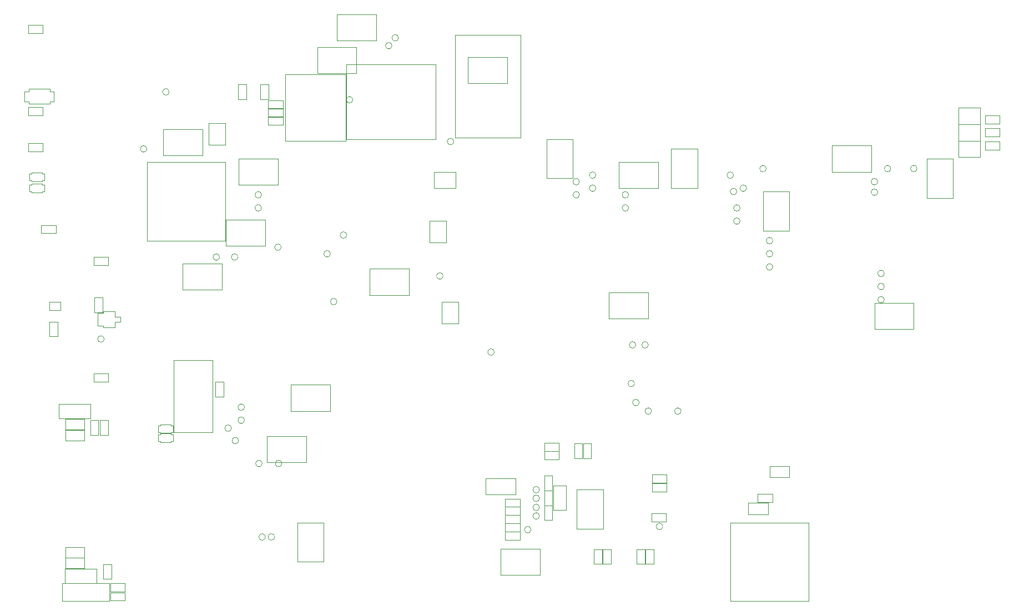
<source format=gbr>
%TF.GenerationSoftware,KiCad,Pcbnew,9.0.2*%
%TF.CreationDate,2025-05-15T13:19:03-04:00*%
%TF.ProjectId,mainBoard,6d61696e-426f-4617-9264-2e6b69636164,01*%
%TF.SameCoordinates,Original*%
%TF.FileFunction,Other,User*%
%FSLAX46Y46*%
G04 Gerber Fmt 4.6, Leading zero omitted, Abs format (unit mm)*
G04 Created by KiCad (PCBNEW 9.0.2) date 2025-05-15 13:19:03*
%MOMM*%
%LPD*%
G01*
G04 APERTURE LIST*
%ADD10C,0.050000*%
G04 APERTURE END LIST*
%TO.C,J6*%
D10*
X191000000Y-133000000D02*
X179000000Y-133000000D01*
X179000000Y-145000000D01*
X191000000Y-145000000D01*
X191000000Y-133000000D01*
%TO.C,J36*%
X90000000Y-78000000D02*
X102000000Y-78000000D01*
X102000000Y-90000000D01*
X90000000Y-90000000D01*
X90000000Y-78000000D01*
%TO.C,TP51*%
X158500000Y-82000000D02*
G75*
G02*
X157500000Y-82000000I-500000J0D01*
G01*
X157500000Y-82000000D02*
G75*
G02*
X158500000Y-82000000I500000J0D01*
G01*
%TO.C,TP8*%
X149900000Y-128000000D02*
G75*
G02*
X148900000Y-128000000I-500000J0D01*
G01*
X148900000Y-128000000D02*
G75*
G02*
X149900000Y-128000000I500000J0D01*
G01*
%TO.C,R1*%
X167075000Y-126950000D02*
X169325000Y-126950000D01*
X169325000Y-125700000D01*
X167075000Y-125700000D01*
X167075000Y-126950000D01*
%TO.C,TP25*%
X104900000Y-117400000D02*
G75*
G02*
X103900000Y-117400000I-500000J0D01*
G01*
X103900000Y-117400000D02*
G75*
G02*
X104900000Y-117400000I500000J0D01*
G01*
%TO.C,R57*%
X220125000Y-70875000D02*
X217875000Y-70875000D01*
X217875000Y-72125000D01*
X220125000Y-72125000D01*
X220125000Y-70875000D01*
%TO.C,TP43*%
X181500000Y-82000000D02*
G75*
G02*
X180500000Y-82000000I-500000J0D01*
G01*
X180500000Y-82000000D02*
G75*
G02*
X181500000Y-82000000I500000J0D01*
G01*
%TO.C,TP60*%
X101500000Y-93500000D02*
X95500000Y-93500000D01*
X95500000Y-97500000D01*
X101500000Y-97500000D01*
X101500000Y-93500000D01*
%TO.C,R8*%
X159550000Y-137075000D02*
X160800000Y-137075000D01*
X160800000Y-139325000D01*
X159550000Y-139325000D01*
X159550000Y-137075000D01*
%TO.C,TP17*%
X109500000Y-135200000D02*
G75*
G02*
X108500000Y-135200000I-500000J0D01*
G01*
X108500000Y-135200000D02*
G75*
G02*
X109500000Y-135200000I500000J0D01*
G01*
%TO.C,JP1*%
X141700000Y-128750000D02*
X141700000Y-126250000D01*
X141700000Y-128750000D02*
X146300000Y-128750000D01*
X146300000Y-126250000D02*
X141700000Y-126250000D01*
X146300000Y-126250000D02*
X146300000Y-128750000D01*
%TO.C,C58*%
X84300000Y-142262500D02*
X77050000Y-142262500D01*
X77050000Y-144937500D01*
X84300000Y-144937500D01*
X84300000Y-142262500D01*
%TO.C,TP6*%
X149900000Y-132000000D02*
G75*
G02*
X148900000Y-132000000I-500000J0D01*
G01*
X148900000Y-132000000D02*
G75*
G02*
X149900000Y-132000000I500000J0D01*
G01*
%TO.C,R52*%
X84125000Y-119625000D02*
X82875000Y-119625000D01*
X82875000Y-117375000D01*
X84125000Y-117375000D01*
X84125000Y-119625000D01*
%TO.C,TP46*%
X180500000Y-87000000D02*
G75*
G02*
X179500000Y-87000000I-500000J0D01*
G01*
X179500000Y-87000000D02*
G75*
G02*
X180500000Y-87000000I500000J0D01*
G01*
%TO.C,TP4*%
X148600000Y-134100000D02*
G75*
G02*
X147600000Y-134100000I-500000J0D01*
G01*
X147600000Y-134100000D02*
G75*
G02*
X148600000Y-134100000I500000J0D01*
G01*
%TO.C,R4*%
X166050000Y-137075000D02*
X167300000Y-137075000D01*
X167300000Y-139325000D01*
X166050000Y-139325000D01*
X166050000Y-137075000D01*
%TO.C,TP5*%
X149900000Y-130700000D02*
G75*
G02*
X148900000Y-130700000I-500000J0D01*
G01*
X148900000Y-130700000D02*
G75*
G02*
X149900000Y-130700000I500000J0D01*
G01*
%TO.C,C52*%
X77562500Y-118812500D02*
X80437500Y-118812500D01*
X80437500Y-117187500D01*
X77562500Y-117187500D01*
X77562500Y-118812500D01*
%TO.C,R31*%
X81875000Y-111525000D02*
X84125000Y-111525000D01*
X84125000Y-110275000D01*
X81875000Y-110275000D01*
X81875000Y-111525000D01*
%TO.C,R79*%
X74150000Y-57125000D02*
X71900000Y-57125000D01*
X71900000Y-58375000D01*
X74150000Y-58375000D01*
X74150000Y-57125000D01*
%TO.C,C56*%
X77562500Y-138362500D02*
X80437500Y-138362500D01*
X80437500Y-136737500D01*
X77562500Y-136737500D01*
X77562500Y-138362500D01*
%TO.C,TP72*%
X92500000Y-77000000D02*
X98500000Y-77000000D01*
X98500000Y-73000000D01*
X92500000Y-73000000D01*
X92500000Y-77000000D01*
%TO.C,TP12*%
X104000000Y-120500000D02*
G75*
G02*
X103000000Y-120500000I-500000J0D01*
G01*
X103000000Y-120500000D02*
G75*
G02*
X104000000Y-120500000I500000J0D01*
G01*
%TO.C,TP10*%
X201000000Y-103500000D02*
X207000000Y-103500000D01*
X207000000Y-99500000D01*
X201000000Y-99500000D01*
X201000000Y-103500000D01*
%TO.C,TP26*%
X104000000Y-81500000D02*
X110000000Y-81500000D01*
X110000000Y-77500000D01*
X104000000Y-77500000D01*
X104000000Y-81500000D01*
%TO.C,TP82*%
X119000000Y-59500000D02*
X125000000Y-59500000D01*
X125000000Y-55500000D01*
X119000000Y-55500000D01*
X119000000Y-59500000D01*
%TO.C,C20*%
X152000000Y-127375000D02*
X154000000Y-127375000D01*
X154000000Y-131125000D01*
X152000000Y-131125000D01*
X152000000Y-127375000D01*
%TO.C,TP75*%
X136825000Y-74875000D02*
G75*
G02*
X135825000Y-74875000I-500000J0D01*
G01*
X135825000Y-74875000D02*
G75*
G02*
X136825000Y-74875000I500000J0D01*
G01*
%TO.C,TP37*%
X102100000Y-90800000D02*
X108100000Y-90800000D01*
X108100000Y-86800000D01*
X102100000Y-86800000D01*
X102100000Y-90800000D01*
%TO.C,TP18*%
X108100000Y-135200000D02*
G75*
G02*
X107100000Y-135200000I-500000J0D01*
G01*
X107100000Y-135200000D02*
G75*
G02*
X108100000Y-135200000I500000J0D01*
G01*
%TO.C,C54*%
X77500000Y-140042000D02*
X77500000Y-142258000D01*
X77500000Y-142258000D02*
X82300000Y-142258000D01*
X82300000Y-140042000D02*
X77500000Y-140042000D01*
X82300000Y-142258000D02*
X82300000Y-140042000D01*
%TO.C,R28*%
X83275000Y-100925000D02*
X82025000Y-100925000D01*
X82025000Y-98675000D01*
X83275000Y-98675000D01*
X83275000Y-100925000D01*
%TO.C,R2*%
X167075000Y-128300000D02*
X169325000Y-128300000D01*
X169325000Y-127050000D01*
X167075000Y-127050000D01*
X167075000Y-128300000D01*
%TO.C,R85*%
X108525000Y-71100000D02*
X110775000Y-71100000D01*
X110775000Y-69850000D01*
X108525000Y-69850000D01*
X108525000Y-71100000D01*
%TO.C,C107*%
X101725000Y-113825000D02*
X100475000Y-113825000D01*
X100475000Y-111575000D01*
X101725000Y-111575000D01*
X101725000Y-113825000D01*
%TO.C,D7*%
X82500000Y-101000000D02*
X83375000Y-101000000D01*
X82500000Y-103000000D02*
X82500000Y-101000000D01*
X83375000Y-100750000D02*
X85125000Y-100750000D01*
X83375000Y-101000000D02*
X83375000Y-100750000D01*
X83375000Y-103000000D02*
X82500000Y-103000000D01*
X83375000Y-103250000D02*
X83375000Y-103000000D01*
X85125000Y-100750000D02*
X85125000Y-101650000D01*
X85125000Y-101650000D02*
X86000000Y-101650000D01*
X85125000Y-102350000D02*
X85125000Y-103250000D01*
X85125000Y-103250000D02*
X83375000Y-103250000D01*
X86000000Y-101650000D02*
X86000000Y-102350000D01*
X86000000Y-102350000D02*
X85125000Y-102350000D01*
%TO.C,JP4*%
X213850000Y-77250000D02*
X213850000Y-74750000D01*
X213850000Y-77250000D02*
X217150000Y-77250000D01*
X217150000Y-74750000D02*
X213850000Y-74750000D01*
X217150000Y-74750000D02*
X217150000Y-77250000D01*
%TO.C,TP31*%
X203500000Y-79000000D02*
G75*
G02*
X202500000Y-79000000I-500000J0D01*
G01*
X202500000Y-79000000D02*
G75*
G02*
X203500000Y-79000000I500000J0D01*
G01*
%TO.C,R78*%
X74150000Y-69625000D02*
X71900000Y-69625000D01*
X71900000Y-70875000D01*
X74150000Y-70875000D01*
X74150000Y-69625000D01*
%TO.C,D6*%
X76850000Y-99325000D02*
X75100000Y-99325000D01*
X75100000Y-100575000D01*
X76850000Y-100575000D01*
X76850000Y-99325000D01*
%TO.C,TP53*%
X156000000Y-81000000D02*
G75*
G02*
X155000000Y-81000000I-500000J0D01*
G01*
X155000000Y-81000000D02*
G75*
G02*
X156000000Y-81000000I500000J0D01*
G01*
%TO.C,TP76*%
X121425000Y-68500000D02*
G75*
G02*
X120425000Y-68500000I-500000J0D01*
G01*
X120425000Y-68500000D02*
G75*
G02*
X121425000Y-68500000I500000J0D01*
G01*
%TO.C,R83*%
X110775000Y-71125000D02*
X108525000Y-71125000D01*
X108525000Y-72375000D01*
X110775000Y-72375000D01*
X110775000Y-71125000D01*
%TO.C,JP3*%
X213850000Y-74750000D02*
X213850000Y-72250000D01*
X213850000Y-74750000D02*
X217150000Y-74750000D01*
X217150000Y-72250000D02*
X213850000Y-72250000D01*
X217150000Y-72250000D02*
X217150000Y-74750000D01*
%TO.C,TP55*%
X163500000Y-85000000D02*
G75*
G02*
X162500000Y-85000000I-500000J0D01*
G01*
X162500000Y-85000000D02*
G75*
G02*
X163500000Y-85000000I500000J0D01*
G01*
%TO.C,TP9*%
X184000000Y-82500000D02*
X188000000Y-82500000D01*
X188000000Y-88500000D01*
X184000000Y-88500000D01*
X184000000Y-82500000D01*
%TO.C,TP79*%
X116000000Y-64500000D02*
X122000000Y-64500000D01*
X122000000Y-60500000D01*
X116000000Y-60500000D01*
X116000000Y-64500000D01*
%TO.C,TP56*%
X163500000Y-83000000D02*
G75*
G02*
X162500000Y-83000000I-500000J0D01*
G01*
X162500000Y-83000000D02*
G75*
G02*
X163500000Y-83000000I500000J0D01*
G01*
%TO.C,TP32*%
X207500000Y-79000000D02*
G75*
G02*
X206500000Y-79000000I-500000J0D01*
G01*
X206500000Y-79000000D02*
G75*
G02*
X207500000Y-79000000I500000J0D01*
G01*
%TO.C,TP39*%
X185500000Y-92000000D02*
G75*
G02*
X184500000Y-92000000I-500000J0D01*
G01*
X184500000Y-92000000D02*
G75*
G02*
X185500000Y-92000000I500000J0D01*
G01*
%TO.C,R17*%
X146925000Y-134375000D02*
X144675000Y-134375000D01*
X144675000Y-135625000D01*
X146925000Y-135625000D01*
X146925000Y-134375000D01*
%TO.C,C6*%
X150625000Y-130375000D02*
X151875000Y-130375000D01*
X151875000Y-132625000D01*
X150625000Y-132625000D01*
X150625000Y-130375000D01*
%TO.C,R12*%
X152875000Y-122125000D02*
X150625000Y-122125000D01*
X150625000Y-123375000D01*
X152875000Y-123375000D01*
X152875000Y-122125000D01*
%TO.C,R16*%
X169225000Y-131625000D02*
X166975000Y-131625000D01*
X166975000Y-132875000D01*
X169225000Y-132875000D01*
X169225000Y-131625000D01*
%TO.C,TP33*%
X201500000Y-81000000D02*
G75*
G02*
X200500000Y-81000000I-500000J0D01*
G01*
X200500000Y-81000000D02*
G75*
G02*
X201500000Y-81000000I500000J0D01*
G01*
%TO.C,JP8*%
X135000000Y-99350000D02*
X135000000Y-102650000D01*
X135000000Y-99350000D02*
X137500000Y-99350000D01*
X137500000Y-102650000D02*
X135000000Y-102650000D01*
X137500000Y-102650000D02*
X137500000Y-99350000D01*
%TO.C,TP34*%
X201500000Y-82600000D02*
G75*
G02*
X200500000Y-82600000I-500000J0D01*
G01*
X200500000Y-82600000D02*
G75*
G02*
X201500000Y-82600000I500000J0D01*
G01*
%TO.C,TP36*%
X160500000Y-101900000D02*
X166500000Y-101900000D01*
X166500000Y-97900000D01*
X160500000Y-97900000D01*
X160500000Y-101900000D01*
%TO.C,TP11*%
X102900000Y-118600000D02*
G75*
G02*
X101900000Y-118600000I-500000J0D01*
G01*
X101900000Y-118600000D02*
G75*
G02*
X102900000Y-118600000I500000J0D01*
G01*
%TO.C,C5*%
X151875000Y-128125000D02*
X150625000Y-128125000D01*
X150625000Y-125875000D01*
X151875000Y-125875000D01*
X151875000Y-128125000D01*
%TO.C,J39*%
X134050000Y-63100000D02*
X120450000Y-63100000D01*
X120450000Y-74500000D01*
X134050000Y-74500000D01*
X134050000Y-63100000D01*
%TO.C,TP77*%
X93400000Y-67300000D02*
G75*
G02*
X92400000Y-67300000I-500000J0D01*
G01*
X92400000Y-67300000D02*
G75*
G02*
X93400000Y-67300000I500000J0D01*
G01*
%TO.C,JP7*%
X133150000Y-87000000D02*
X133150000Y-90300000D01*
X133150000Y-87000000D02*
X135650000Y-87000000D01*
X135650000Y-90300000D02*
X133150000Y-90300000D01*
X135650000Y-90300000D02*
X135650000Y-87000000D01*
%TO.C,C137*%
X107325000Y-66175000D02*
X108575000Y-66175000D01*
X108575000Y-68425000D01*
X107325000Y-68425000D01*
X107325000Y-66175000D01*
%TO.C,TP83*%
X143000000Y-107000000D02*
G75*
G02*
X142000000Y-107000000I-500000J0D01*
G01*
X142000000Y-107000000D02*
G75*
G02*
X143000000Y-107000000I500000J0D01*
G01*
%TO.C,R6*%
X156450000Y-123200000D02*
X155200000Y-123200000D01*
X155200000Y-120950000D01*
X156450000Y-120950000D01*
X156450000Y-123200000D01*
%TO.C,TP69*%
X107500000Y-83000000D02*
G75*
G02*
X106500000Y-83000000I-500000J0D01*
G01*
X106500000Y-83000000D02*
G75*
G02*
X107500000Y-83000000I500000J0D01*
G01*
%TO.C,C134*%
X105175000Y-68425000D02*
X103925000Y-68425000D01*
X103925000Y-66175000D01*
X105175000Y-66175000D01*
X105175000Y-68425000D01*
%TO.C,TP38*%
X185500000Y-90000000D02*
G75*
G02*
X184500000Y-90000000I-500000J0D01*
G01*
X184500000Y-90000000D02*
G75*
G02*
X185500000Y-90000000I500000J0D01*
G01*
%TO.C,TP58*%
X209000000Y-77500000D02*
X213000000Y-77500000D01*
X213000000Y-83500000D01*
X209000000Y-83500000D01*
X209000000Y-77500000D01*
%TO.C,TP88*%
X118000000Y-92000000D02*
G75*
G02*
X117000000Y-92000000I-500000J0D01*
G01*
X117000000Y-92000000D02*
G75*
G02*
X118000000Y-92000000I500000J0D01*
G01*
%TO.C,TP84*%
X135200000Y-95400000D02*
G75*
G02*
X134200000Y-95400000I-500000J0D01*
G01*
X134200000Y-95400000D02*
G75*
G02*
X135200000Y-95400000I500000J0D01*
G01*
%TO.C,TP78*%
X90000000Y-76000000D02*
G75*
G02*
X89000000Y-76000000I-500000J0D01*
G01*
X89000000Y-76000000D02*
G75*
G02*
X90000000Y-76000000I500000J0D01*
G01*
%TO.C,TP47*%
X194500000Y-79500000D02*
X200500000Y-79500000D01*
X200500000Y-75500000D01*
X194500000Y-75500000D01*
X194500000Y-79500000D01*
%TO.C,R7*%
X157800000Y-123200000D02*
X156550000Y-123200000D01*
X156550000Y-120950000D01*
X157800000Y-120950000D01*
X157800000Y-123200000D01*
%TO.C,R19*%
X146925000Y-133125000D02*
X144675000Y-133125000D01*
X144675000Y-134375000D01*
X146925000Y-134375000D01*
X146925000Y-133125000D01*
%TO.C,TP85*%
X119000000Y-99300000D02*
G75*
G02*
X118000000Y-99300000I-500000J0D01*
G01*
X118000000Y-99300000D02*
G75*
G02*
X119000000Y-99300000I500000J0D01*
G01*
%TO.C,TP87*%
X120500000Y-89150000D02*
G75*
G02*
X119500000Y-89150000I-500000J0D01*
G01*
X119500000Y-89150000D02*
G75*
G02*
X120500000Y-89150000I500000J0D01*
G01*
%TO.C,R9*%
X158200000Y-137075000D02*
X159450000Y-137075000D01*
X159450000Y-139325000D01*
X158200000Y-139325000D01*
X158200000Y-137075000D01*
%TO.C,J40*%
X147000000Y-58600000D02*
X137000000Y-58600000D01*
X137000000Y-74300000D01*
X147000000Y-74300000D01*
X147000000Y-58600000D01*
%TO.C,R70*%
X74150000Y-75125000D02*
X71900000Y-75125000D01*
X71900000Y-76375000D01*
X74150000Y-76375000D01*
X74150000Y-75125000D01*
%TO.C,R32*%
X81875000Y-93725000D02*
X84125000Y-93725000D01*
X84125000Y-92475000D01*
X81875000Y-92475000D01*
X81875000Y-93725000D01*
%TO.C,TP86*%
X110500000Y-91000000D02*
G75*
G02*
X109500000Y-91000000I-500000J0D01*
G01*
X109500000Y-91000000D02*
G75*
G02*
X110500000Y-91000000I500000J0D01*
G01*
%TO.C,R20*%
X146925000Y-130625000D02*
X144675000Y-130625000D01*
X144675000Y-131875000D01*
X146925000Y-131875000D01*
X146925000Y-130625000D01*
%TO.C,J34*%
X100037500Y-119200000D02*
X94087500Y-119200000D01*
X94087500Y-108200000D01*
X100037500Y-108200000D01*
X100037500Y-119200000D01*
%TO.C,R50*%
X83375000Y-139375000D02*
X84625000Y-139375000D01*
X84625000Y-141625000D01*
X83375000Y-141625000D01*
X83375000Y-139375000D01*
%TO.C,TP7*%
X149900000Y-129300000D02*
G75*
G02*
X148900000Y-129300000I-500000J0D01*
G01*
X148900000Y-129300000D02*
G75*
G02*
X149900000Y-129300000I500000J0D01*
G01*
%TO.C,TP20*%
X167000000Y-116000000D02*
G75*
G02*
X166000000Y-116000000I-500000J0D01*
G01*
X166000000Y-116000000D02*
G75*
G02*
X167000000Y-116000000I500000J0D01*
G01*
%TO.C,TP22*%
X164600000Y-105900000D02*
G75*
G02*
X163600000Y-105900000I-500000J0D01*
G01*
X163600000Y-105900000D02*
G75*
G02*
X164600000Y-105900000I500000J0D01*
G01*
%TO.C,D31*%
X71350000Y-67250000D02*
X71350000Y-68750000D01*
X72000000Y-66850000D02*
X72000000Y-67250000D01*
X72000000Y-66850000D02*
X75200000Y-66850000D01*
X72000000Y-67250000D02*
X71350000Y-67250000D01*
X72000000Y-68750000D02*
X71350000Y-68750000D01*
X72000000Y-69150000D02*
X72000000Y-68750000D01*
X75200000Y-66850000D02*
X75200000Y-67250000D01*
X75200000Y-67250000D02*
X75850000Y-67250000D01*
X75200000Y-68750000D02*
X75850000Y-68750000D01*
X75200000Y-69150000D02*
X72000000Y-69150000D01*
X75200000Y-69150000D02*
X75200000Y-68750000D01*
X75850000Y-67250000D02*
X75850000Y-68750000D01*
%TO.C,D24*%
X72050000Y-81500000D02*
X72050000Y-82500000D01*
X72050000Y-81500000D02*
X72400000Y-81500000D01*
X72050000Y-82500000D02*
X72400000Y-82500000D01*
X72400000Y-81350000D02*
X74000000Y-81350000D01*
X72400000Y-81500000D02*
X72400000Y-81350000D01*
X72400000Y-82650000D02*
X72400000Y-82500000D01*
X74000000Y-81350000D02*
X74000000Y-81500000D01*
X74000000Y-82500000D02*
X74000000Y-82650000D01*
X74000000Y-82650000D02*
X72400000Y-82650000D01*
X74350000Y-81500000D02*
X74000000Y-81500000D01*
X74350000Y-81500000D02*
X74350000Y-82500000D01*
X74350000Y-82500000D02*
X74000000Y-82500000D01*
%TO.C,R18*%
X146925000Y-131875000D02*
X144675000Y-131875000D01*
X144675000Y-133125000D01*
X146925000Y-133125000D01*
X146925000Y-131875000D01*
%TO.C,D25*%
X72050000Y-79800000D02*
X72050000Y-80800000D01*
X72050000Y-79800000D02*
X72400000Y-79800000D01*
X72050000Y-80800000D02*
X72400000Y-80800000D01*
X72400000Y-79650000D02*
X74000000Y-79650000D01*
X72400000Y-79800000D02*
X72400000Y-79650000D01*
X72400000Y-80950000D02*
X72400000Y-80800000D01*
X74000000Y-79650000D02*
X74000000Y-79800000D01*
X74000000Y-80800000D02*
X74000000Y-80950000D01*
X74000000Y-80950000D02*
X72400000Y-80950000D01*
X74350000Y-79800000D02*
X74000000Y-79800000D01*
X74350000Y-79800000D02*
X74350000Y-80800000D01*
X74350000Y-80800000D02*
X74000000Y-80800000D01*
%TO.C,C33*%
X185450000Y-128625000D02*
X183200000Y-128625000D01*
X183200000Y-129875000D01*
X185450000Y-129875000D01*
X185450000Y-128625000D01*
%TO.C,TP1*%
X165100000Y-114700000D02*
G75*
G02*
X164100000Y-114700000I-500000J0D01*
G01*
X164100000Y-114700000D02*
G75*
G02*
X165100000Y-114700000I500000J0D01*
G01*
%TO.C,TP44*%
X180000000Y-82500000D02*
G75*
G02*
X179000000Y-82500000I-500000J0D01*
G01*
X179000000Y-82500000D02*
G75*
G02*
X180000000Y-82500000I500000J0D01*
G01*
%TO.C,R69*%
X76125000Y-87625000D02*
X73875000Y-87625000D01*
X73875000Y-88875000D01*
X76125000Y-88875000D01*
X76125000Y-87625000D01*
%TO.C,TP74*%
X83500000Y-105000000D02*
G75*
G02*
X82500000Y-105000000I-500000J0D01*
G01*
X82500000Y-105000000D02*
G75*
G02*
X83500000Y-105000000I500000J0D01*
G01*
%TO.C,TP35*%
X144000000Y-141000000D02*
X150000000Y-141000000D01*
X150000000Y-137000000D01*
X144000000Y-137000000D01*
X144000000Y-141000000D01*
%TO.C,TP19*%
X112000000Y-116000000D02*
X118000000Y-116000000D01*
X118000000Y-112000000D01*
X112000000Y-112000000D01*
X112000000Y-116000000D01*
%TO.C,TP30*%
X202500000Y-95000000D02*
G75*
G02*
X201500000Y-95000000I-500000J0D01*
G01*
X201500000Y-95000000D02*
G75*
G02*
X202500000Y-95000000I500000J0D01*
G01*
%TO.C,D5*%
X188025000Y-124375000D02*
X185025000Y-124375000D01*
X185025000Y-126125000D01*
X188025000Y-126125000D01*
X188025000Y-124375000D01*
%TO.C,TP59*%
X114300000Y-119800000D02*
X108300000Y-119800000D01*
X108300000Y-123800000D01*
X114300000Y-123800000D01*
X114300000Y-119800000D01*
%TO.C,TP2*%
X164400000Y-111800000D02*
G75*
G02*
X163400000Y-111800000I-500000J0D01*
G01*
X163400000Y-111800000D02*
G75*
G02*
X164400000Y-111800000I500000J0D01*
G01*
%TO.C,TP71*%
X139000000Y-66000000D02*
X145000000Y-66000000D01*
X145000000Y-62000000D01*
X139000000Y-62000000D01*
X139000000Y-66000000D01*
%TO.C,TP52*%
X158500000Y-80000000D02*
G75*
G02*
X157500000Y-80000000I-500000J0D01*
G01*
X157500000Y-80000000D02*
G75*
G02*
X158500000Y-80000000I500000J0D01*
G01*
%TO.C,JP5*%
X99450000Y-72050000D02*
X99450000Y-75350000D01*
X99450000Y-72050000D02*
X101950000Y-72050000D01*
X101950000Y-75350000D02*
X99450000Y-75350000D01*
X101950000Y-75350000D02*
X101950000Y-72050000D01*
%TO.C,TP14*%
X103900000Y-92500000D02*
G75*
G02*
X102900000Y-92500000I-500000J0D01*
G01*
X102900000Y-92500000D02*
G75*
G02*
X103900000Y-92500000I500000J0D01*
G01*
%TO.C,TP21*%
X171500000Y-116000000D02*
G75*
G02*
X170500000Y-116000000I-500000J0D01*
G01*
X170500000Y-116000000D02*
G75*
G02*
X171500000Y-116000000I500000J0D01*
G01*
%TO.C,C21*%
X150625000Y-128125000D02*
X151875000Y-128125000D01*
X151875000Y-130375000D01*
X150625000Y-130375000D01*
X150625000Y-128125000D01*
%TO.C,R5*%
X164700000Y-137075000D02*
X165950000Y-137075000D01*
X165950000Y-139325000D01*
X164700000Y-139325000D01*
X164700000Y-137075000D01*
%TO.C,TP57*%
X170000000Y-76000000D02*
X174000000Y-76000000D01*
X174000000Y-82000000D01*
X170000000Y-82000000D01*
X170000000Y-76000000D01*
%TO.C,TP16*%
X110600000Y-124000000D02*
G75*
G02*
X109600000Y-124000000I-500000J0D01*
G01*
X109600000Y-124000000D02*
G75*
G02*
X110600000Y-124000000I500000J0D01*
G01*
%TO.C,TP42*%
X179500000Y-80000000D02*
G75*
G02*
X178500000Y-80000000I-500000J0D01*
G01*
X178500000Y-80000000D02*
G75*
G02*
X179500000Y-80000000I500000J0D01*
G01*
%TO.C,D26*%
X91750000Y-118200000D02*
X91750000Y-119200000D01*
X91750000Y-118200000D02*
X92100000Y-118200000D01*
X91750000Y-119200000D02*
X92100000Y-119200000D01*
X92100000Y-118050000D02*
X93700000Y-118050000D01*
X92100000Y-118200000D02*
X92100000Y-118050000D01*
X92100000Y-119350000D02*
X92100000Y-119200000D01*
X93700000Y-118050000D02*
X93700000Y-118200000D01*
X93700000Y-119200000D02*
X93700000Y-119350000D01*
X93700000Y-119350000D02*
X92100000Y-119350000D01*
X94050000Y-118200000D02*
X93700000Y-118200000D01*
X94050000Y-118200000D02*
X94050000Y-119200000D01*
X94050000Y-119200000D02*
X93700000Y-119200000D01*
%TO.C,TP81*%
X128400000Y-59050000D02*
G75*
G02*
X127400000Y-59050000I-500000J0D01*
G01*
X127400000Y-59050000D02*
G75*
G02*
X128400000Y-59050000I500000J0D01*
G01*
%TO.C,R43*%
X86675000Y-142275000D02*
X84425000Y-142275000D01*
X84425000Y-143525000D01*
X86675000Y-143525000D01*
X86675000Y-142275000D01*
%TO.C,C51*%
X76600000Y-114892000D02*
X76600000Y-117108000D01*
X76600000Y-117108000D02*
X81400000Y-117108000D01*
X81400000Y-114892000D02*
X76600000Y-114892000D01*
X81400000Y-117108000D02*
X81400000Y-114892000D01*
%TO.C,R65*%
X220125000Y-74875000D02*
X217875000Y-74875000D01*
X217875000Y-76125000D01*
X220125000Y-76125000D01*
X220125000Y-74875000D01*
%TO.C,R29*%
X76425000Y-104625000D02*
X75175000Y-104625000D01*
X75175000Y-102375000D01*
X76425000Y-102375000D01*
X76425000Y-104625000D01*
%TO.C,TP41*%
X184500000Y-79000000D02*
G75*
G02*
X183500000Y-79000000I-500000J0D01*
G01*
X183500000Y-79000000D02*
G75*
G02*
X184500000Y-79000000I500000J0D01*
G01*
%TO.C,TP24*%
X104900000Y-115400000D02*
G75*
G02*
X103900000Y-115400000I-500000J0D01*
G01*
X103900000Y-115400000D02*
G75*
G02*
X104900000Y-115400000I500000J0D01*
G01*
%TO.C,R10*%
X152875000Y-120875000D02*
X150625000Y-120875000D01*
X150625000Y-122125000D01*
X152875000Y-122125000D01*
X152875000Y-120875000D01*
%TO.C,TP15*%
X107600000Y-124000000D02*
G75*
G02*
X106600000Y-124000000I-500000J0D01*
G01*
X106600000Y-124000000D02*
G75*
G02*
X107600000Y-124000000I500000J0D01*
G01*
%TO.C,R61*%
X220125000Y-72875000D02*
X217875000Y-72875000D01*
X217875000Y-74125000D01*
X220125000Y-74125000D01*
X220125000Y-72875000D01*
%TO.C,TP3*%
X168700000Y-133600000D02*
G75*
G02*
X167700000Y-133600000I-500000J0D01*
G01*
X167700000Y-133600000D02*
G75*
G02*
X168700000Y-133600000I500000J0D01*
G01*
%TO.C,TP27*%
X151000000Y-74500000D02*
X155000000Y-74500000D01*
X155000000Y-80500000D01*
X151000000Y-80500000D01*
X151000000Y-74500000D01*
%TO.C,C53*%
X77562500Y-120512500D02*
X80437500Y-120512500D01*
X80437500Y-118887500D01*
X77562500Y-118887500D01*
X77562500Y-120512500D01*
%TO.C,TP73*%
X162000000Y-82000000D02*
X168000000Y-82000000D01*
X168000000Y-78000000D01*
X162000000Y-78000000D01*
X162000000Y-82000000D01*
%TO.C,TP40*%
X185500000Y-94000000D02*
G75*
G02*
X184500000Y-94000000I-500000J0D01*
G01*
X184500000Y-94000000D02*
G75*
G02*
X185500000Y-94000000I500000J0D01*
G01*
%TO.C,TP28*%
X202500000Y-99000000D02*
G75*
G02*
X201500000Y-99000000I-500000J0D01*
G01*
X201500000Y-99000000D02*
G75*
G02*
X202500000Y-99000000I500000J0D01*
G01*
%TO.C,R46*%
X86675000Y-143675000D02*
X84425000Y-143675000D01*
X84425000Y-144925000D01*
X86675000Y-144925000D01*
X86675000Y-143675000D01*
%TO.C,JP2*%
X213850000Y-72250000D02*
X213850000Y-69750000D01*
X213850000Y-72250000D02*
X217150000Y-72250000D01*
X217150000Y-69750000D02*
X213850000Y-69750000D01*
X217150000Y-69750000D02*
X217150000Y-72250000D01*
%TO.C,TP48*%
X155600000Y-128000000D02*
X159600000Y-128000000D01*
X159600000Y-134000000D01*
X155600000Y-134000000D01*
X155600000Y-128000000D01*
%TO.C,D4*%
X181750000Y-131750000D02*
X184750000Y-131750000D01*
X184750000Y-130000000D01*
X181750000Y-130000000D01*
X181750000Y-131750000D01*
%TO.C,C55*%
X77562500Y-140012500D02*
X80437500Y-140012500D01*
X80437500Y-138387500D01*
X77562500Y-138387500D01*
X77562500Y-140012500D01*
%TO.C,R51*%
X82625000Y-119625000D02*
X81375000Y-119625000D01*
X81375000Y-117375000D01*
X82625000Y-117375000D01*
X82625000Y-119625000D01*
%TO.C,D27*%
X91750000Y-119600000D02*
X91750000Y-120600000D01*
X91750000Y-119600000D02*
X92100000Y-119600000D01*
X91750000Y-120600000D02*
X92100000Y-120600000D01*
X92100000Y-119450000D02*
X93700000Y-119450000D01*
X92100000Y-119600000D02*
X92100000Y-119450000D01*
X92100000Y-120750000D02*
X92100000Y-120600000D01*
X93700000Y-119450000D02*
X93700000Y-119600000D01*
X93700000Y-120600000D02*
X93700000Y-120750000D01*
X93700000Y-120750000D02*
X92100000Y-120750000D01*
X94050000Y-119600000D02*
X93700000Y-119600000D01*
X94050000Y-119600000D02*
X94050000Y-120600000D01*
X94050000Y-120600000D02*
X93700000Y-120600000D01*
%TO.C,JP6*%
X133850000Y-82000000D02*
X133850000Y-79500000D01*
X133850000Y-82000000D02*
X137150000Y-82000000D01*
X137150000Y-79500000D02*
X133850000Y-79500000D01*
X137150000Y-79500000D02*
X137150000Y-82000000D01*
%TO.C,TP80*%
X127400000Y-60250000D02*
G75*
G02*
X126400000Y-60250000I-500000J0D01*
G01*
X126400000Y-60250000D02*
G75*
G02*
X127400000Y-60250000I500000J0D01*
G01*
%TO.C,R21*%
X146925000Y-129375000D02*
X144675000Y-129375000D01*
X144675000Y-130625000D01*
X146925000Y-130625000D01*
X146925000Y-129375000D01*
%TO.C,TP70*%
X107500000Y-85000000D02*
G75*
G02*
X106500000Y-85000000I-500000J0D01*
G01*
X106500000Y-85000000D02*
G75*
G02*
X107500000Y-85000000I500000J0D01*
G01*
%TO.C,TP54*%
X156000000Y-83000000D02*
G75*
G02*
X155000000Y-83000000I-500000J0D01*
G01*
X155000000Y-83000000D02*
G75*
G02*
X156000000Y-83000000I500000J0D01*
G01*
%TO.C,TP50*%
X113000000Y-133000000D02*
X117000000Y-133000000D01*
X117000000Y-139000000D01*
X113000000Y-139000000D01*
X113000000Y-133000000D01*
%TO.C,J38*%
X111150000Y-64600000D02*
X120350000Y-64600000D01*
X111150000Y-74800000D02*
X111150000Y-64600000D01*
X120350000Y-64600000D02*
X120350000Y-74800000D01*
X120350000Y-74800000D02*
X111150000Y-74800000D01*
%TO.C,TP49*%
X124000000Y-98300000D02*
X130000000Y-98300000D01*
X130000000Y-94300000D01*
X124000000Y-94300000D01*
X124000000Y-98300000D01*
%TO.C,TP23*%
X166500000Y-105900000D02*
G75*
G02*
X165500000Y-105900000I-500000J0D01*
G01*
X165500000Y-105900000D02*
G75*
G02*
X166500000Y-105900000I500000J0D01*
G01*
%TO.C,TP45*%
X180500000Y-85000000D02*
G75*
G02*
X179500000Y-85000000I-500000J0D01*
G01*
X179500000Y-85000000D02*
G75*
G02*
X180500000Y-85000000I500000J0D01*
G01*
%TO.C,TP29*%
X202500000Y-97000000D02*
G75*
G02*
X201500000Y-97000000I-500000J0D01*
G01*
X201500000Y-97000000D02*
G75*
G02*
X202500000Y-97000000I500000J0D01*
G01*
%TO.C,R80*%
X108525000Y-69825000D02*
X110775000Y-69825000D01*
X110775000Y-68575000D01*
X108525000Y-68575000D01*
X108525000Y-69825000D01*
%TO.C,TP13*%
X101100000Y-92500000D02*
G75*
G02*
X100100000Y-92500000I-500000J0D01*
G01*
X100100000Y-92500000D02*
G75*
G02*
X101100000Y-92500000I500000J0D01*
G01*
%TD*%
M02*

</source>
